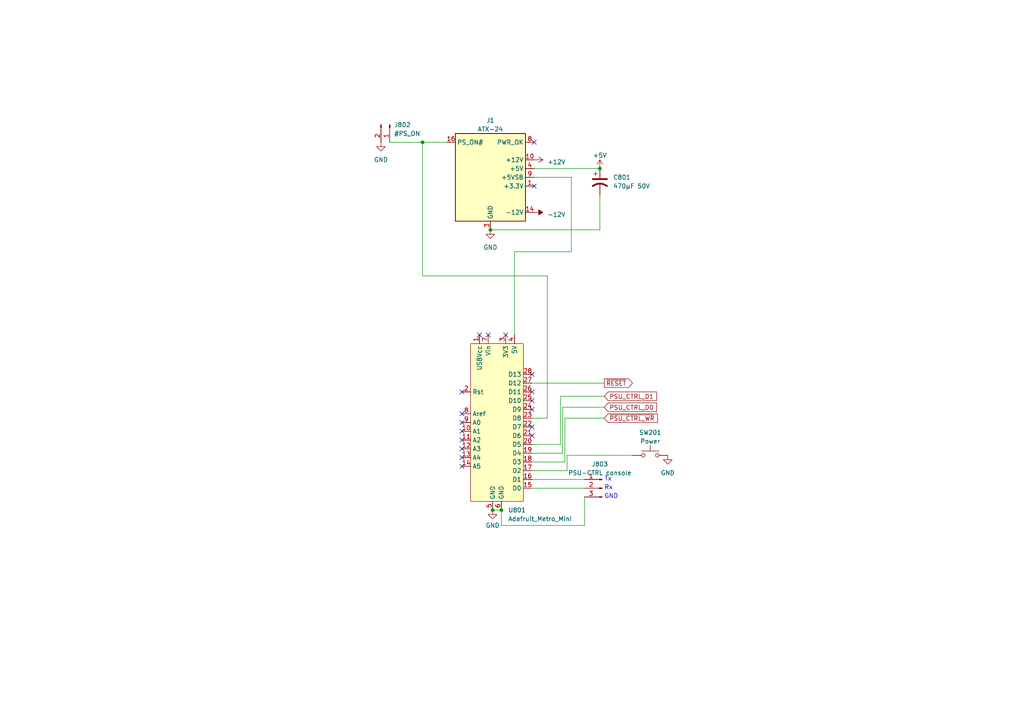
<source format=kicad_sch>
(kicad_sch (version 20230121) (generator eeschema)
  (paper "A4")
  (title_block (title "6809 Playground system board") (date "2023-06-26") (company "Copyright (c) 2022-2023 Jason R. Thorpe. See LICENSE."))
  (lib_symbols
    (symbol "Connector:ATX-24"
      (property "Reference" "J" (at -8.89 13.97 0))
      (property "Value" "ATX-24" (at 6.35 13.97 0))
      (symbol "ATX-24_0_1"
        (rectangle (start -10.16 12.7) (end 10.16 -12.7) (stroke (width 0.254)) (fill (type background)))
      )
      (symbol "ATX-24_1_1"
        (pin power_out line (at 12.7 -2.54 180) (length 2.54) (name "+3.3V") (number "1"))
        (pin power_out line (at 12.7 5.08 180) (length 2.54) (name "+12V") (number "10"))
        (pin passive line (at 12.7 5.08 180) (length 2.54) hide (name "+12V") (number "11"))
        (pin passive line (at 12.7 -2.54 180) (length 2.54) hide (name "+3.3V") (number "12"))
        (pin passive line (at 12.7 -2.54 180) (length 2.54) hide (name "+3.3V") (number "13"))
        (pin power_out line (at 12.7 -10.16 180) (length 2.54) (name "-12V") (number "14"))
        (pin passive line (at 0 -15.24 90) (length 2.54) hide (name "GND") (number "15"))
        (pin open_collector line (at -12.7 10.16 0) (length 2.54) (name "PS_ON#") (number "16"))
        (pin passive line (at 0 -15.24 90) (length 2.54) hide (name "GND") (number "17"))
        (pin passive line (at 0 -15.24 90) (length 2.54) hide (name "GND") (number "18"))
        (pin passive line (at 0 -15.24 90) (length 2.54) hide (name "GND") (number "19"))
        (pin passive line (at 12.7 -2.54 180) (length 2.54) hide (name "+3.3V") (number "2"))
        (pin no_connect line (at -10.16 0 0) (length 2.54) hide (name "NC") (number "20"))
        (pin passive line (at 12.7 2.54 180) (length 2.54) hide (name "+5V") (number "21"))
        (pin passive line (at 12.7 2.54 180) (length 2.54) hide (name "+5V") (number "22"))
        (pin passive line (at 12.7 2.54 180) (length 2.54) hide (name "+5V") (number "23"))
        (pin passive line (at 0 -15.24 90) (length 2.54) hide (name "GND") (number "24"))
        (pin power_out line (at 0 -15.24 90) (length 2.54) (name "GND") (number "3"))
        (pin power_out line (at 12.7 2.54 180) (length 2.54) (name "+5V") (number "4"))
        (pin passive line (at 0 -15.24 90) (length 2.54) hide (name "GND") (number "5"))
        (pin passive line (at 12.7 2.54 180) (length 2.54) hide (name "+5V") (number "6"))
        (pin passive line (at 0 -15.24 90) (length 2.54) hide (name "GND") (number "7"))
        (pin output line (at 12.7 10.16 180) (length 2.54) (name "PWR_OK") (number "8"))
        (pin power_out line (at 12.7 0 180) (length 2.54) (name "+5VSB") (number "9"))
      )
    )
    (symbol "Connector:Conn_01x02_Pin" (pin_names (offset 1.016) hide)
      (property "Reference" "J" (at 0 2.54 0))
      (property "Value" "Conn_01x02_Pin" (at 0 -5.08 0))
      (symbol "Conn_01x02_Pin_1_1"
        (polyline (pts (xy 1.27 -2.54) (xy 0.8636 -2.54)) (stroke (width 0.1524)))
        (polyline (pts (xy 1.27 0) (xy 0.8636 0)) (stroke (width 0.1524)))
        (rectangle (start 0.8636 -2.413) (end 0 -2.667) (stroke (width 0.1524)) (fill (type outline)))
        (rectangle (start 0.8636 0.127) (end 0 -0.127) (stroke (width 0.1524)) (fill (type outline)))
        (pin passive line (at 5.08 0 180) (length 3.81) (name "Pin_1") (number "1"))
        (pin passive line (at 5.08 -2.54 180) (length 3.81) (name "Pin_2") (number "2"))
      )
    )
    (symbol "Connector:Conn_01x03_Pin" (pin_names (offset 1.016) hide)
      (property "Reference" "J" (at 0 5.08 0))
      (property "Value" "Conn_01x03_Pin" (at 0 -5.08 0))
      (symbol "Conn_01x03_Pin_1_1"
        (polyline (pts (xy 1.27 -2.54) (xy 0.8636 -2.54)) (stroke (width 0.1524)))
        (polyline (pts (xy 1.27 0) (xy 0.8636 0)) (stroke (width 0.1524)))
        (polyline (pts (xy 1.27 2.54) (xy 0.8636 2.54)) (stroke (width 0.1524)))
        (rectangle (start 0.8636 -2.413) (end 0 -2.667) (stroke (width 0.1524)) (fill (type outline)))
        (rectangle (start 0.8636 0.127) (end 0 -0.127) (stroke (width 0.1524)) (fill (type outline)))
        (rectangle (start 0.8636 2.667) (end 0 2.413) (stroke (width 0.1524)) (fill (type outline)))
        (pin passive line (at 5.08 2.54 180) (length 3.81) (name "Pin_1") (number "1"))
        (pin passive line (at 5.08 0 180) (length 3.81) (name "Pin_2") (number "2"))
        (pin passive line (at 5.08 -2.54 180) (length 3.81) (name "Pin_3") (number "3"))
      )
    )
    (symbol "Device:C_Polarized_US" (pin_numbers hide) (pin_names (offset 0.254) hide)
      (property "Reference" "C" (at 0.635 2.54 0))
      (property "Value" "C_Polarized_US" (at 0.635 -2.54 0))
      (symbol "C_Polarized_US_0_1"
        (polyline (pts (xy -2.032 0.762) (xy 2.032 0.762)) (stroke (width 0.508)))
        (polyline (pts (xy -1.778 2.286) (xy -0.762 2.286)))
        (polyline (pts (xy -1.27 1.778) (xy -1.27 2.794)))
        (arc (start 2.032 -1.27) (mid 0 -0.5572) (end -2.032 -1.27) (stroke (width 0.508)))
      )
      (symbol "C_Polarized_US_1_1"
        (pin passive line (at 0 3.81 270) (length 2.794) (name "~") (number "1"))
        (pin passive line (at 0 -3.81 90) (length 3.302) (name "~") (number "2"))
      )
    )
    (symbol "Switch:SW_Push" (pin_numbers hide) (pin_names (offset 1.016) hide)
      (property "Reference" "SW" (at 1.27 2.54 0))
      (property "Value" "SW_Push" (at 0 -1.524 0))
      (symbol "SW_Push_0_1"
        (circle (center -2.032 0) (radius 0.508))
        (polyline (pts (xy 0 1.27) (xy 0 3.048)))
        (polyline (pts (xy 2.54 1.27) (xy -2.54 1.27)))
        (circle (center 2.032 0) (radius 0.508))
        (pin passive line (at -5.08 0 0) (length 2.54) (name "1") (number "1"))
        (pin passive line (at 5.08 0 180) (length 2.54) (name "2") (number "2"))
      )
    )
    (symbol "jrt-Arduino:Adafruit_Metro_Mini"
      (property "Reference" "U" (at 0 -11.43 0))
      (property "Value" "Adafruit_Metro_Mini" (at 1.27 -13.97 0))
      (symbol "Adafruit_Metro_Mini_1_1"
        (rectangle (start -7.62 2.54) (end 7.62 -43.18) (fill (type background)))
        (pin power_in line (at -5.08 5.08 270) (length 2.54) (name "USBVcc") (number "1"))
        (pin bidirectional line (at -10.16 -22.86 0) (length 2.54) (name "A1") (number "10"))
        (pin bidirectional line (at -10.16 -25.4 0) (length 2.54) (name "A2") (number "11"))
        (pin bidirectional line (at -10.16 -27.94 0) (length 2.54) (name "A3") (number "12"))
        (pin bidirectional line (at -10.16 -30.48 0) (length 2.54) (name "A4") (number "13"))
        (pin bidirectional line (at -10.16 -33.02 0) (length 2.54) (name "A5") (number "14"))
        (pin bidirectional line (at 10.16 -39.37 180) (length 2.54) (name "D0") (number "15"))
        (pin bidirectional line (at 10.16 -36.83 180) (length 2.54) (name "D1") (number "16"))
        (pin bidirectional line (at 10.16 -34.29 180) (length 2.54) (name "D2") (number "17"))
        (pin bidirectional line (at 10.16 -31.75 180) (length 2.54) (name "D3") (number "18"))
        (pin bidirectional line (at 10.16 -29.21 180) (length 2.54) (name "D4") (number "19"))
        (pin input line (at -10.16 -11.43 0) (length 2.54) (name "Rst") (number "2"))
        (pin bidirectional line (at 10.16 -26.67 180) (length 2.54) (name "D5") (number "20"))
        (pin bidirectional line (at 10.16 -24.13 180) (length 2.54) (name "D6") (number "21"))
        (pin bidirectional line (at 10.16 -21.59 180) (length 2.54) (name "D7") (number "22"))
        (pin bidirectional line (at 10.16 -19.05 180) (length 2.54) (name "D8") (number "23"))
        (pin bidirectional line (at 10.16 -16.51 180) (length 2.54) (name "D9") (number "24"))
        (pin bidirectional line (at 10.16 -13.97 180) (length 2.54) (name "D10") (number "25"))
        (pin bidirectional line (at 10.16 -11.43 180) (length 2.54) (name "D11") (number "26"))
        (pin bidirectional line (at 10.16 -8.89 180) (length 2.54) (name "D12") (number "27"))
        (pin bidirectional line (at 10.16 -6.35 180) (length 2.54) (name "D13") (number "28"))
        (pin power_out line (at 2.54 5.08 270) (length 2.54) (name "3V3") (number "3"))
        (pin power_out line (at 5.08 5.08 270) (length 2.54) (name "5V") (number "4"))
        (pin power_in line (at -1.27 -45.72 90) (length 2.54) (name "GND") (number "5"))
        (pin power_in line (at 1.27 -45.72 90) (length 2.54) (name "GND") (number "6"))
        (pin power_in line (at -2.54 5.08 270) (length 2.54) (name "Vin") (number "7"))
        (pin input line (at -10.16 -17.78 0) (length 2.54) (name "Aref") (number "8"))
        (pin bidirectional line (at -10.16 -20.32 0) (length 2.54) (name "A0") (number "9"))
      )
    )
    (symbol "power:+12V" (power) (pin_names (offset 0))
      (property "Value" "+12V" (at 0 3.556 0))
      (symbol "+12V_0_1"
        (polyline (pts (xy -0.762 1.27) (xy 0 2.54)))
        (polyline (pts (xy 0 0) (xy 0 2.54)))
        (polyline (pts (xy 0 2.54) (xy 0.762 1.27)))
      )
      (symbol "+12V_1_1"
        (pin power_in line (at 0 0 90) (length 0) hide (name "+12V") (number "1"))
      )
    )
    (symbol "power:+5V" (power) (pin_names (offset 0))
      (property "Value" "+5V" (at 0 3.556 0))
      (symbol "+5V_0_1"
        (polyline (pts (xy -0.762 1.27) (xy 0 2.54)))
        (polyline (pts (xy 0 0) (xy 0 2.54)))
        (polyline (pts (xy 0 2.54) (xy 0.762 1.27)))
      )
      (symbol "+5V_1_1"
        (pin power_in line (at 0 0 90) (length 0) hide (name "+5V") (number "1"))
      )
    )
    (symbol "power:-12V" (power) (pin_names (offset 0))
      (property "Value" "-12V" (at 0 3.81 0))
      (symbol "-12V_0_0"
        (pin power_in line (at 0 0 90) (length 0) hide (name "-12V") (number "1"))
      )
      (symbol "-12V_0_1"
        (polyline (pts (xy 0 0) (xy 0 1.27) (xy 0.762 1.27) (xy 0 2.54) (xy -0.762 1.27) (xy 0 1.27)) (fill (type outline)))
      )
    )
    (symbol "power:GND" (power) (pin_names (offset 0))
      (property "Value" "GND" (at 0 -3.81 0))
      (symbol "GND_0_1"
        (polyline (pts (xy 0 0) (xy 0 -1.27) (xy 1.27 -1.27) (xy 0 -2.54) (xy -1.27 -1.27) (xy 0 -1.27)))
      )
      (symbol "GND_1_1"
        (pin power_in line (at 0 0 270) (length 0) hide (name "GND") (number "1"))
      )
    )
  )
  (junction (at 142.875 147.955))
  (junction (at 122.555 41.275))
  (junction (at 173.99 48.895))
  (junction (at 142.24 66.675))
  (junction (at 145.415 147.955))
  (no_connect (at 146.685 97.155))
  (no_connect (at 154.305 116.205))
  (no_connect (at 133.985 135.255))
  (no_connect (at 133.985 127.635))
  (no_connect (at 133.985 125.095))
  (no_connect (at 154.305 126.365))
  (no_connect (at 133.985 122.555))
  (no_connect (at 141.605 97.155))
  (no_connect (at 154.305 108.585))
  (no_connect (at 133.985 132.715))
  (no_connect (at 154.305 113.665))
  (no_connect (at 154.305 118.745))
  (no_connect (at 133.985 113.665))
  (no_connect (at 154.94 53.975))
  (no_connect (at 133.985 120.015))
  (no_connect (at 139.065 97.155))
  (no_connect (at 133.985 130.175))
  (no_connect (at 154.305 123.825))
  (no_connect (at 154.94 41.275))
  (wire (pts (xy 175.26 118.11) (xy 163.195 118.11)))
  (wire (pts (xy 154.305 136.525) (xy 164.465 136.525)))
  (wire (pts (xy 149.225 73.025) (xy 149.225 97.155)))
  (wire (pts (xy 164.465 136.525) (xy 164.465 132.08)))
  (wire (pts (xy 162.56 114.935) (xy 162.56 128.905)))
  (wire (pts (xy 163.83 121.285) (xy 163.83 133.985)))
  (wire (pts (xy 162.56 128.905) (xy 154.305 128.905)))
  (wire (pts (xy 169.545 152.4) (xy 145.415 152.4)))
  (wire (pts (xy 122.555 41.275) (xy 129.54 41.275)))
  (wire (pts (xy 154.94 51.435) (xy 165.735 51.435)))
  (wire (pts (xy 154.305 141.605) (xy 169.545 141.605)))
  (wire (pts (xy 163.195 131.445) (xy 154.305 131.445)))
  (wire (pts (xy 122.555 80.01) (xy 122.555 41.275)))
  (wire (pts (xy 164.465 132.08) (xy 183.515 132.08)))
  (wire (pts (xy 154.305 121.285) (xy 158.75 121.285)))
  (wire (pts (xy 158.75 121.285) (xy 158.75 80.01)))
  (wire (pts (xy 169.545 144.145) (xy 169.545 152.4)))
  (wire (pts (xy 158.75 80.01) (xy 122.555 80.01)))
  (wire (pts (xy 154.305 139.065) (xy 169.545 139.065)))
  (wire (pts (xy 175.26 121.285) (xy 163.83 121.285)))
  (wire (pts (xy 145.415 152.4) (xy 145.415 147.955)))
  (wire (pts (xy 173.99 66.675) (xy 173.99 56.515)))
  (wire (pts (xy 165.735 73.025) (xy 149.225 73.025)))
  (wire (pts (xy 142.875 147.955) (xy 145.415 147.955)))
  (wire (pts (xy 142.24 66.675) (xy 173.99 66.675)))
  (wire (pts (xy 175.26 114.935) (xy 162.56 114.935)))
  (wire (pts (xy 165.735 51.435) (xy 165.735 73.025)))
  (wire (pts (xy 163.83 133.985) (xy 154.305 133.985)))
  (wire (pts (xy 154.94 48.895) (xy 173.99 48.895)))
  (wire (pts (xy 113.03 41.275) (xy 122.555 41.275)))
  (wire (pts (xy 163.195 118.11) (xy 163.195 131.445)))
  (wire (pts (xy 154.305 111.125) (xy 175.26 111.125)))
  (text "GND" (at 175.26 144.78 0) (effects (font (size 1.27 1.27)) (justify left bottom)))
  (text "Rx" (at 175.26 142.24 0) (effects (font (size 1.27 1.27)) (justify left bottom)))
  (text "Tx" (at 175.26 139.7 0) (effects (font (size 1.27 1.27)) (justify left bottom)))
  (global_label "~{PSU_CTRL_WR}" (shape input) (at 175.26 121.285 0) (property "Intersheetrefs" "${INTERSHEET_REFS}" (effects hide)))
  (global_label "~{RESET}" (shape output) (at 175.26 111.125 0) (property "Intersheetrefs" "${INTERSHEET_REFS}" (effects hide)))
  (global_label "PSU_CTRL_D0" (shape input) (at 175.26 118.11 0) (property "Intersheetrefs" "${INTERSHEET_REFS}" (effects hide)))
  (global_label "PSU_CTRL_D1" (shape input) (at 175.26 114.935 0) (property "Intersheetrefs" "${INTERSHEET_REFS}" (effects hide)))
  (symbol (lib_id "Connector:Conn_01x02_Pin") (at 113.03 36.195 270) (unit 1)
    (property "Reference" "J802" (at 114.3 36.195 90) (effects (justify left)))
    (property "Value" "#PS_ON" (at 114.3 38.735 90) (effects (justify left)))
    (property "Footprint" "Connector_PinHeader_2.54mm:PinHeader_1x02_P2.54mm_Vertical" (effects hide))
  )
  (symbol (lib_id "power:GND") (at 110.49 41.275 0) (unit 1)
    (property "Reference" "#PWR0803" (effects hide))
    (property "Value" "GND" (at 110.49 46.355 0))
  )
  (symbol (lib_id "power:GND") (at 193.675 132.08 0) (unit 1)
    (property "Reference" "#PWR0805" (effects hide))
    (property "Value" "GND" (at 193.675 137.16 0))
  )
  (symbol (lib_id "power:+12V") (at 154.94 46.355 270) (unit 1)
    (property "Reference" "#PWR0806" (effects hide))
    (property "Value" "+12V" (at 158.75 46.99 90) (effects (justify left)))
  )
  (symbol (lib_id "Connector:Conn_01x03_Pin") (at 174.625 141.605 0) (mirror y) (unit 1)
    (property "Reference" "J803" (at 173.99 134.62 0))
    (property "Value" "PSU-CTRL console" (at 173.99 137.16 0))
    (property "Footprint" "Connector_PinHeader_2.54mm:PinHeader_1x03_P2.54mm_Vertical" (effects hide))
  )
  (symbol (lib_id "power:GND") (at 142.24 66.675 0) (unit 1)
    (property "Reference" "#PWR05" (effects hide))
    (property "Value" "GND" (at 142.24 71.755 0))
    (instances (project "pg09-system" (path "" (reference "#PWR05") (unit 1)) (path "" (reference "#PWR0801") (unit 1))))
  )
  (symbol (lib_id "jrt-Arduino:Adafruit_Metro_Mini") (at 144.145 102.235 0) (unit 1)
    (property "Reference" "U801" (at 147.3709 147.955 0) (effects (justify left)))
    (property "Value" "Adafruit_Metro_Mini" (at 147.3709 150.495 0) (effects (justify left)))
    (property "Footprint" "Package_DIP:DIP-28_W15.24mm_Socket" (effects hide))
  )
  (symbol (lib_id "Connector:ATX-24") (at 142.24 51.435 0) (unit 1)
    (property "Reference" "J1" (at 142.24 34.925 0))
    (property "Value" "ATX-24" (at 142.24 37.465 0))
    (property "Footprint" "Connector_Molex:Molex_Mini-Fit_Jr_5566-24A_2x12_P4.20mm_Vertical" (effects hide))
    (property "Datasheet" "https://www.intel.com/content/dam/www/public/us/en/documents/guides/power-supply-design-guide-june.pdf#page=33" (effects hide))
    (instances (project "pg09-system" (path "" (reference "J1") (unit 1)) (path "" (reference "J801") (unit 1))))
  )
  (symbol (lib_id "power:GND") (at 142.875 147.955 0) (unit 1)
    (property "Reference" "#PWR0804" (effects hide))
    (property "Value" "GND" (at 142.875 152.4 0))
  )
  (symbol (lib_id "Device:C_Polarized_US") (at 173.99 52.705 0) (unit 1)
    (property "Reference" "C801" (at 177.8 51.435 0) (effects (justify left)))
    (property "Value" "470µF 50V" (at 177.8 53.975 0) (effects (justify left)))
    (property "Footprint" "Capacitor_THT:CP_Radial_D12.5mm_P5.00mm" (effects hide))
    (property "Mouser" "871-B41888C6477M" (effects hide))
  )
  (symbol (lib_id "Switch:SW_Push") (at 188.595 132.08 0) (unit 1)
    (property "Reference" "SW201" (at 188.595 125.4592 0))
    (property "Value" "Power" (at 188.595 127.9961 0))
    (property "Footprint" "Button_Switch_THT:SW_PUSH_6mm" (effects hide))
    (instances (project "pg09-system" (path "" (reference "SW201") (unit 1)) (path "" (reference "SW801") (unit 1))))
  )
  (symbol (lib_id "power:+5V") (at 173.99 48.895 0) (unit 1)
    (property "Reference" "#PWR06" (effects hide))
    (property "Value" "+5V" (at 173.99 45.085 0))
    (instances (project "pg09-system" (path "" (reference "#PWR06") (unit 1)) (path "" (reference "#PWR0802") (unit 1))))
  )
  (symbol (lib_id "power:-12V") (at 154.94 61.595 270) (unit 1)
    (property "Reference" "#PWR0807" (effects hide))
    (property "Value" "-12V" (at 158.75 62.23 90) (effects (justify left)))
  )
)
</source>
